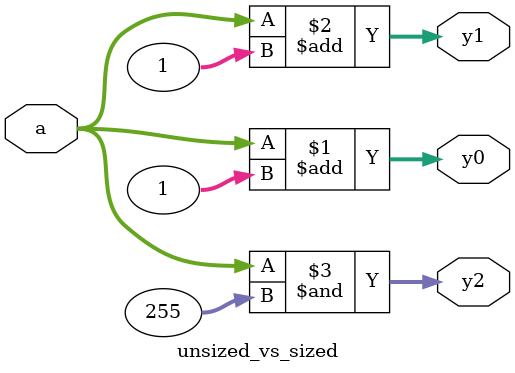
<source format=v>
module unsized_vs_sized(
  input  wire [31:0] a,
  output wire [31:0] y0,
  output wire [31:0] y1,
  output wire [31:0] y2
);
  // Unsized literal "1" (semantics depend on your rules)
  assign y0 = a + 1;

  // Sized, explicit
  assign y1 = a + 32'd1;

  // Another unsized constant
  assign y2 = a & 255;
endmodule

</source>
